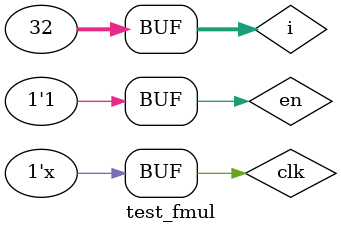
<source format=v>
`timescale 1ns / 1ps


module my_fmul #(
    parameter BITWIDTH = 32
)
(
    input [BITWIDTH-1:0] ain,
    input [BITWIDTH-1:0] bin,
    input clk,
    input en,
    output [2*BITWIDTH-1:0] dout
);
    reg [2*BITWIDTH-1:0] temp;
    
    always @(posedge clk) begin
        case(en)
            1'b0: temp = 32'b0;
            1'b1: temp = temp + ain*bin;
        endcase
    end
    
    assign dout = temp;
endmodule

module test_fmul();
    parameter BITWIDTH = 32;
    
    reg [BITWIDTH-1:0] ain;
    reg [BITWIDTH-1:0] bin;
    reg clk;
    reg en;
    wire [2*BITWIDTH-1:0] dout;
    
    integer i;
    
    always #5 clk = ~clk;
    
    initial begin
        clk <= 0;
        en <= 0;
        #30;
        en <= 1;
        for(i = 0; i < 32; i = i + 1) begin
            ain = $urandom%(2**31);
            bin = $urandom%(2**31);
            #10;
        end
    end
    
    my_fmul #(BITWIDTH) MY_FMUL(
        .ain(ain),
        .bin(bin),
        .clk(clk),
        .en(en),
        .dout(dout)
    );
    
endmodule
</source>
